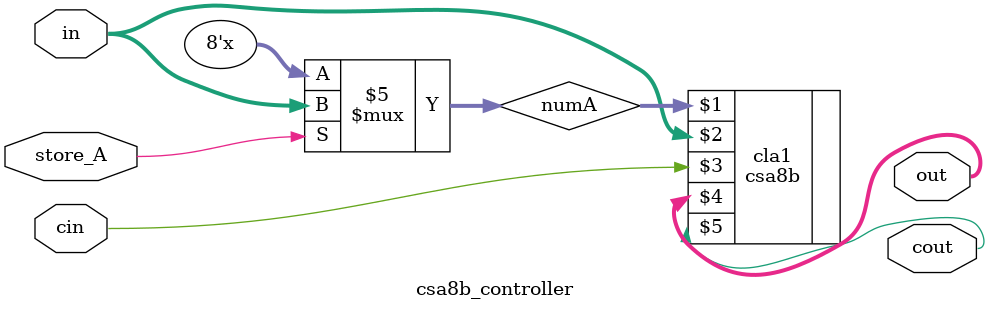
<source format=v>
module csa8b_controller(in, store_A, cin, out, cout
    );
	
	// Assigning pins as in/out
	input [7:0] in;
	input store_A, cin;
	output [7:0] out;
	output cout;
	
	// Registers needed to store A
	reg [7:0] numA;
	initial numA = 8'b00000000;
	
	// Logic connections
	// RCA adds the register and the RT input
	csa8b cla1(numA, in, cin, out, cout);
	
	// Update register when button is pressed
	always @(*)
	begin
		if (store_A == 1) numA = in;
	end
	
endmodule

</source>
